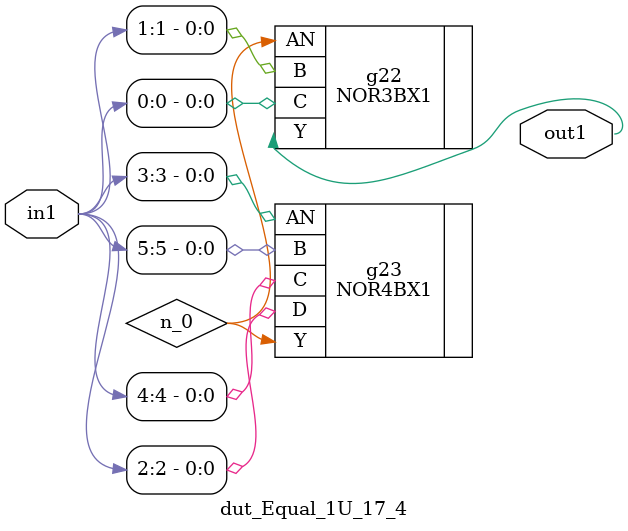
<source format=v>
`timescale 1ps / 1ps


module dut_Equal_1U_17_4(in1, out1);
  input [5:0] in1;
  output out1;
  wire [5:0] in1;
  wire out1;
  wire n_0;
  NOR3BX1 g22(.AN (n_0), .B (in1[1]), .C (in1[0]), .Y (out1));
  NOR4BX1 g23(.AN (in1[3]), .B (in1[5]), .C (in1[4]), .D (in1[2]), .Y
       (n_0));
endmodule



</source>
